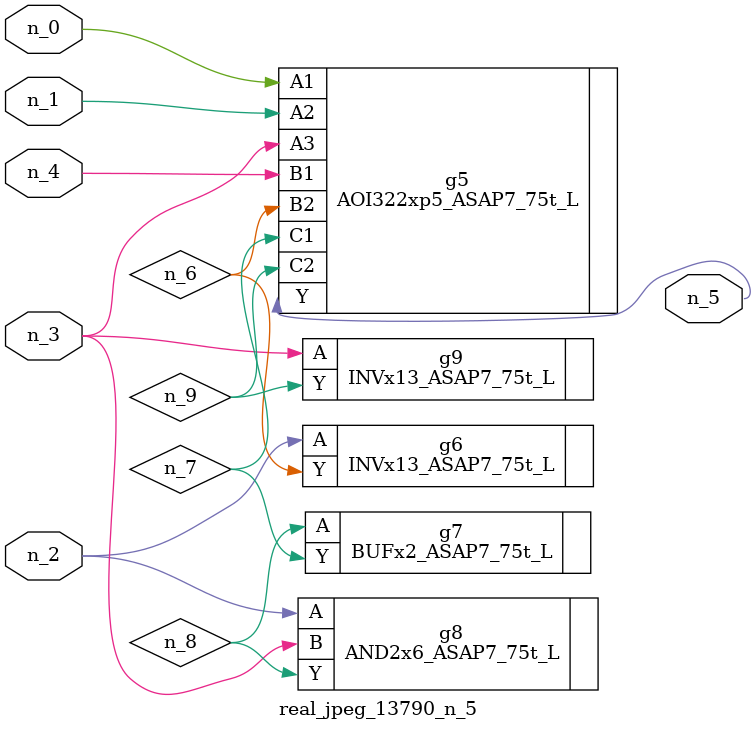
<source format=v>
module real_jpeg_13790_n_5 (n_4, n_0, n_1, n_2, n_3, n_5);

input n_4;
input n_0;
input n_1;
input n_2;
input n_3;

output n_5;

wire n_8;
wire n_6;
wire n_7;
wire n_9;

AOI322xp5_ASAP7_75t_L g5 ( 
.A1(n_0),
.A2(n_1),
.A3(n_3),
.B1(n_4),
.B2(n_6),
.C1(n_7),
.C2(n_9),
.Y(n_5)
);

INVx13_ASAP7_75t_L g6 ( 
.A(n_2),
.Y(n_6)
);

AND2x6_ASAP7_75t_L g8 ( 
.A(n_2),
.B(n_3),
.Y(n_8)
);

INVx13_ASAP7_75t_L g9 ( 
.A(n_3),
.Y(n_9)
);

BUFx2_ASAP7_75t_L g7 ( 
.A(n_8),
.Y(n_7)
);


endmodule
</source>
